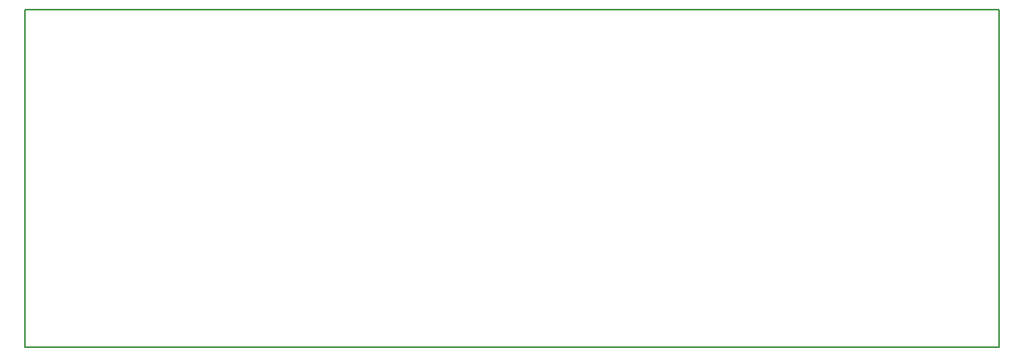
<source format=gbr>
G04 #@! TF.GenerationSoftware,KiCad,Pcbnew,5.1.2*
G04 #@! TF.CreationDate,2020-10-23T16:09:20+02:00*
G04 #@! TF.ProjectId,a30eee2cad2c9bf698126cb1c813ad28,61333065-6565-4326-9361-643263396266,rev?*
G04 #@! TF.SameCoordinates,Original*
G04 #@! TF.FileFunction,Profile,NP*
%FSLAX46Y46*%
G04 Gerber Fmt 4.6, Leading zero omitted, Abs format (unit mm)*
G04 Created by KiCad (PCBNEW 5.1.2) date 2020-10-23 16:09:20*
%MOMM*%
%LPD*%
G04 APERTURE LIST*
%ADD10C,0.150000*%
G04 APERTURE END LIST*
D10*
X97231100Y-122778600D02*
X199771100Y-122778600D01*
X199771100Y-122778600D02*
X199771100Y-87228600D01*
X199771100Y-87228600D02*
X97231100Y-87228600D01*
X97231100Y-87228600D02*
X97231100Y-122778600D01*
M02*

</source>
